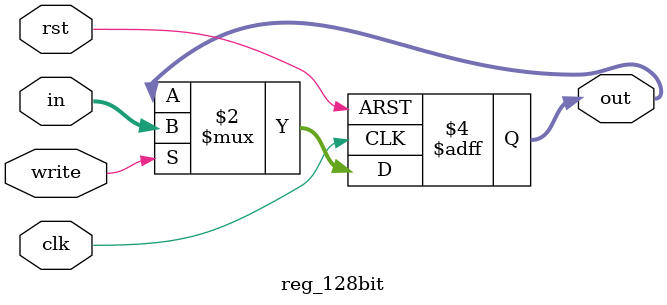
<source format=sv>
module reg_5bit(in, write, clk, rst, out);
	input [4:0] in;
	input write, clk, rst;
	output reg [4:0] out;
	
	always @(posedge clk, posedge rst) begin
		if(rst)
			out <= 5'd0;
		else if(write)
			out <= in;
	end

endmodule

module reg_128bit(in, write, clk, rst, out);
	input [127:0] in;
	input write, clk, rst;
	output reg [127:0] out;
	
	always @(posedge clk, posedge rst) begin
		if(rst)
			out <= 127'd0;
		else if(write)
			out <= in;
	end

endmodule

</source>
